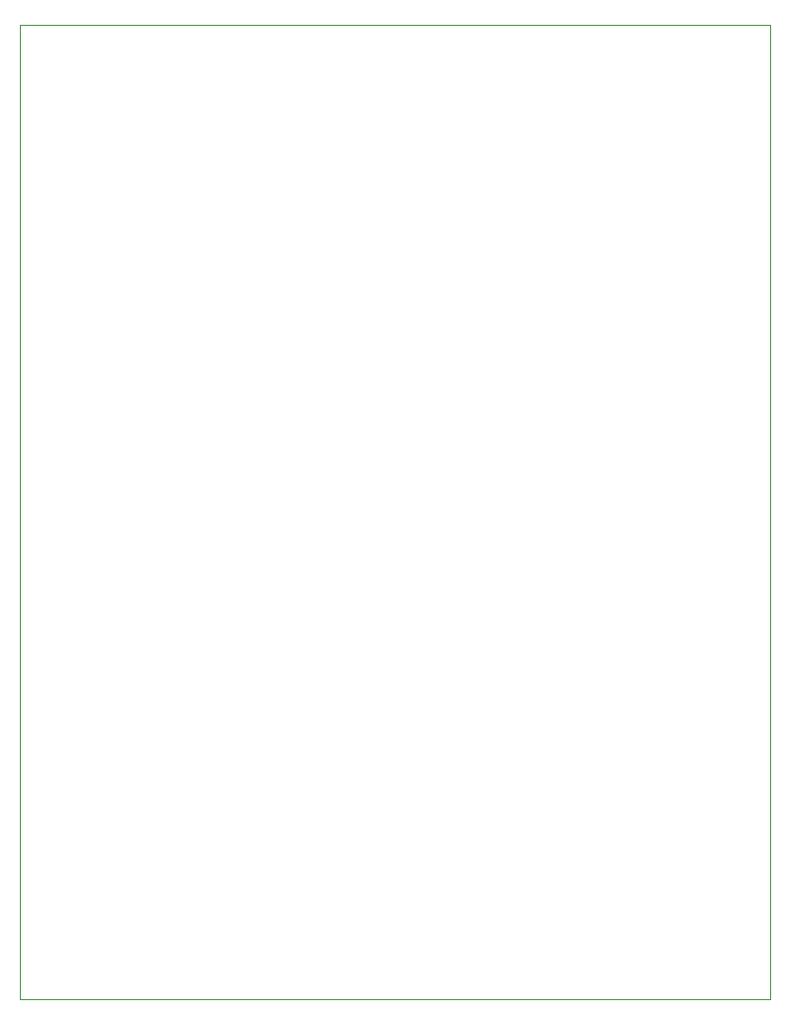
<source format=gm1>
G04 #@! TF.GenerationSoftware,KiCad,Pcbnew,5.1.5-52549c5~86~ubuntu18.04.1*
G04 #@! TF.CreationDate,2020-12-07T22:39:35-08:00*
G04 #@! TF.ProjectId,multiple_PCBs,6d756c74-6970-46c6-955f-504342732e6b,rev?*
G04 #@! TF.SameCoordinates,Original*
G04 #@! TF.FileFunction,Profile,NP*
%FSLAX46Y46*%
G04 Gerber Fmt 4.6, Leading zero omitted, Abs format (unit mm)*
G04 Created by KiCad (PCBNEW 5.1.5-52549c5~86~ubuntu18.04.1) date 2020-12-07 22:39:35*
%MOMM*%
%LPD*%
G04 APERTURE LIST*
%ADD10C,0.099060*%
G04 APERTURE END LIST*
D10*
X201000000Y-59000000D02*
X137000000Y-59000000D01*
X201000000Y-142000000D02*
X201000000Y-59000000D01*
X137000000Y-142000000D02*
X201000000Y-142000000D01*
X137000000Y-59000000D02*
X137000000Y-142000000D01*
M02*

</source>
